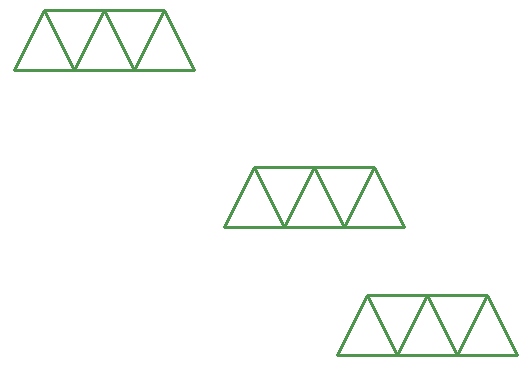
<source format=gbr>
G04 start of page 15 for group -4078 idx -4078 *
G04 Title: (unknown), bottomsilk *
G04 Creator: pcb 20140316 *
G04 CreationDate: Mon 21 Apr 2014 02:33:18 PM GMT UTC *
G04 For: vince *
G04 Format: Gerber/RS-274X *
G04 PCB-Dimensions (mil): 2000.00 2000.00 *
G04 PCB-Coordinate-Origin: lower left *
%MOIN*%
%FSLAX25Y25*%
%LNBOTTOMSILK*%
%ADD95C,0.0100*%
G54D95*X22500Y147500D02*X32500Y167500D01*
X72500D01*
X82500Y147500D01*
X22500D01*
X32500Y167500D02*X42500Y147500D01*
X52500Y167500D01*
X62500Y147500D01*
X72500Y167500D01*
X130000Y52500D02*X140000Y72500D01*
X180000D01*
X190000Y52500D01*
X130000D01*
X140000Y72500D02*X150000Y52500D01*
X160000Y72500D01*
X170000Y52500D01*
X180000Y72500D01*
X92500Y95000D02*X102500Y115000D01*
X142500D01*
X152500Y95000D01*
X92500D01*
X102500Y115000D02*X112500Y95000D01*
X122500Y115000D01*
X132500Y95000D01*
X142500Y115000D01*
M02*

</source>
